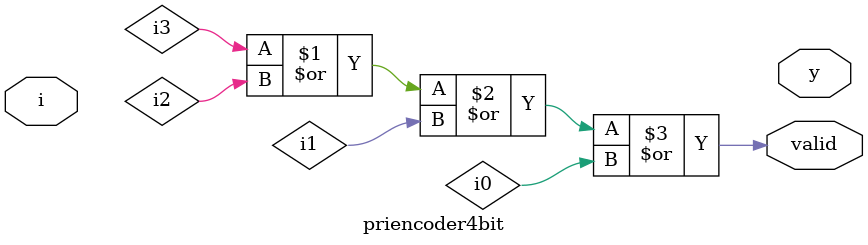
<source format=v>
module priencoder4bit (
input [3:0] i,
output [1:0] y,
output valid );

or o1 (valid,i3,i2,i1,i0); //valid

or o2 (y1,i3,i2); //y1

  
wire i2_nor_i3, temp;
nor (i2_nor_i3, i2, i3);
and (temp, i2_nor_i3, i1);
or (y0, i3, temp); //y1


  //wire i3bar,i2bar; //this block also works
  //not n1 (i3bar,i3);
  //not n2 (i2bar,i2);
  //and (temp,i3bar,i2bar,i1);
  //or o3 (y0, i3,temp);

endmodule
</source>
